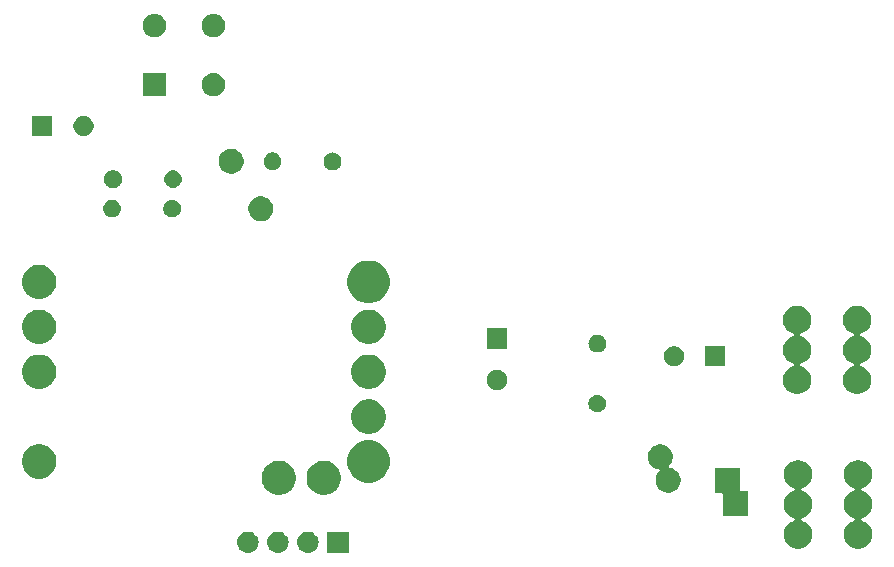
<source format=gbs>
G04 #@! TF.GenerationSoftware,KiCad,Pcbnew,(5.1.4)-1*
G04 #@! TF.CreationDate,2021-06-03T13:54:44-04:00*
G04 #@! TF.ProjectId,coil_power_mod,636f696c-5f70-46f7-9765-725f6d6f642e,rev?*
G04 #@! TF.SameCoordinates,Original*
G04 #@! TF.FileFunction,Soldermask,Bot*
G04 #@! TF.FilePolarity,Negative*
%FSLAX46Y46*%
G04 Gerber Fmt 4.6, Leading zero omitted, Abs format (unit mm)*
G04 Created by KiCad (PCBNEW (5.1.4)-1) date 2021-06-03 13:54:44*
%MOMM*%
%LPD*%
G04 APERTURE LIST*
%ADD10C,0.100000*%
G04 APERTURE END LIST*
D10*
G36*
X123441000Y-82151000D02*
G01*
X121639000Y-82151000D01*
X121639000Y-80349000D01*
X123441000Y-80349000D01*
X123441000Y-82151000D01*
X123441000Y-82151000D01*
G37*
G36*
X120110443Y-80355519D02*
G01*
X120176627Y-80362037D01*
X120346466Y-80413557D01*
X120502991Y-80497222D01*
X120538729Y-80526552D01*
X120640186Y-80609814D01*
X120712795Y-80698290D01*
X120752778Y-80747009D01*
X120836443Y-80903534D01*
X120887963Y-81073373D01*
X120905359Y-81250000D01*
X120887963Y-81426627D01*
X120836443Y-81596466D01*
X120752778Y-81752991D01*
X120729791Y-81781000D01*
X120640186Y-81890186D01*
X120538729Y-81973448D01*
X120502991Y-82002778D01*
X120346466Y-82086443D01*
X120176627Y-82137963D01*
X120110443Y-82144481D01*
X120044260Y-82151000D01*
X119955740Y-82151000D01*
X119889557Y-82144481D01*
X119823373Y-82137963D01*
X119653534Y-82086443D01*
X119497009Y-82002778D01*
X119461271Y-81973448D01*
X119359814Y-81890186D01*
X119270209Y-81781000D01*
X119247222Y-81752991D01*
X119163557Y-81596466D01*
X119112037Y-81426627D01*
X119094641Y-81250000D01*
X119112037Y-81073373D01*
X119163557Y-80903534D01*
X119247222Y-80747009D01*
X119287205Y-80698290D01*
X119359814Y-80609814D01*
X119461271Y-80526552D01*
X119497009Y-80497222D01*
X119653534Y-80413557D01*
X119823373Y-80362037D01*
X119889557Y-80355519D01*
X119955740Y-80349000D01*
X120044260Y-80349000D01*
X120110443Y-80355519D01*
X120110443Y-80355519D01*
G37*
G36*
X117570443Y-80355519D02*
G01*
X117636627Y-80362037D01*
X117806466Y-80413557D01*
X117962991Y-80497222D01*
X117998729Y-80526552D01*
X118100186Y-80609814D01*
X118172795Y-80698290D01*
X118212778Y-80747009D01*
X118296443Y-80903534D01*
X118347963Y-81073373D01*
X118365359Y-81250000D01*
X118347963Y-81426627D01*
X118296443Y-81596466D01*
X118212778Y-81752991D01*
X118189791Y-81781000D01*
X118100186Y-81890186D01*
X117998729Y-81973448D01*
X117962991Y-82002778D01*
X117806466Y-82086443D01*
X117636627Y-82137963D01*
X117570443Y-82144481D01*
X117504260Y-82151000D01*
X117415740Y-82151000D01*
X117349557Y-82144481D01*
X117283373Y-82137963D01*
X117113534Y-82086443D01*
X116957009Y-82002778D01*
X116921271Y-81973448D01*
X116819814Y-81890186D01*
X116730209Y-81781000D01*
X116707222Y-81752991D01*
X116623557Y-81596466D01*
X116572037Y-81426627D01*
X116554641Y-81250000D01*
X116572037Y-81073373D01*
X116623557Y-80903534D01*
X116707222Y-80747009D01*
X116747205Y-80698290D01*
X116819814Y-80609814D01*
X116921271Y-80526552D01*
X116957009Y-80497222D01*
X117113534Y-80413557D01*
X117283373Y-80362037D01*
X117349557Y-80355519D01*
X117415740Y-80349000D01*
X117504260Y-80349000D01*
X117570443Y-80355519D01*
X117570443Y-80355519D01*
G37*
G36*
X115030443Y-80355519D02*
G01*
X115096627Y-80362037D01*
X115266466Y-80413557D01*
X115422991Y-80497222D01*
X115458729Y-80526552D01*
X115560186Y-80609814D01*
X115632795Y-80698290D01*
X115672778Y-80747009D01*
X115756443Y-80903534D01*
X115807963Y-81073373D01*
X115825359Y-81250000D01*
X115807963Y-81426627D01*
X115756443Y-81596466D01*
X115672778Y-81752991D01*
X115649791Y-81781000D01*
X115560186Y-81890186D01*
X115458729Y-81973448D01*
X115422991Y-82002778D01*
X115266466Y-82086443D01*
X115096627Y-82137963D01*
X115030443Y-82144481D01*
X114964260Y-82151000D01*
X114875740Y-82151000D01*
X114809557Y-82144481D01*
X114743373Y-82137963D01*
X114573534Y-82086443D01*
X114417009Y-82002778D01*
X114381271Y-81973448D01*
X114279814Y-81890186D01*
X114190209Y-81781000D01*
X114167222Y-81752991D01*
X114083557Y-81596466D01*
X114032037Y-81426627D01*
X114014641Y-81250000D01*
X114032037Y-81073373D01*
X114083557Y-80903534D01*
X114167222Y-80747009D01*
X114207205Y-80698290D01*
X114279814Y-80609814D01*
X114381271Y-80526552D01*
X114417009Y-80497222D01*
X114573534Y-80413557D01*
X114743373Y-80362037D01*
X114809557Y-80355519D01*
X114875740Y-80349000D01*
X114964260Y-80349000D01*
X115030443Y-80355519D01*
X115030443Y-80355519D01*
G37*
G36*
X166930318Y-74345153D02*
G01*
X167148885Y-74435687D01*
X167148887Y-74435688D01*
X167345593Y-74567122D01*
X167512878Y-74734407D01*
X167643789Y-74930331D01*
X167644313Y-74931115D01*
X167734847Y-75149682D01*
X167781000Y-75381710D01*
X167781000Y-75618290D01*
X167734847Y-75850318D01*
X167672421Y-76001026D01*
X167644312Y-76068887D01*
X167512878Y-76265593D01*
X167345593Y-76432878D01*
X167148887Y-76564312D01*
X167148886Y-76564313D01*
X167148885Y-76564313D01*
X166931117Y-76654516D01*
X166909506Y-76666067D01*
X166890564Y-76681613D01*
X166875019Y-76700554D01*
X166863468Y-76722165D01*
X166856355Y-76745614D01*
X166853953Y-76770000D01*
X166856355Y-76794386D01*
X166863468Y-76817835D01*
X166875019Y-76839446D01*
X166890565Y-76858388D01*
X166909506Y-76873933D01*
X166931117Y-76885484D01*
X167078658Y-76946598D01*
X167148887Y-76975688D01*
X167345593Y-77107122D01*
X167512878Y-77274407D01*
X167644312Y-77471113D01*
X167644313Y-77471115D01*
X167734847Y-77689682D01*
X167781000Y-77921710D01*
X167781000Y-78158290D01*
X167734847Y-78390318D01*
X167644313Y-78608885D01*
X167644312Y-78608887D01*
X167512878Y-78805593D01*
X167345593Y-78972878D01*
X167148887Y-79104312D01*
X167148886Y-79104313D01*
X167148885Y-79104313D01*
X166931117Y-79194516D01*
X166909506Y-79206067D01*
X166890564Y-79221613D01*
X166875019Y-79240554D01*
X166863468Y-79262165D01*
X166856355Y-79285614D01*
X166853953Y-79310000D01*
X166856355Y-79334386D01*
X166863468Y-79357835D01*
X166875019Y-79379446D01*
X166890565Y-79398388D01*
X166909506Y-79413933D01*
X166931117Y-79425484D01*
X167148885Y-79515687D01*
X167148887Y-79515688D01*
X167345593Y-79647122D01*
X167512878Y-79814407D01*
X167644312Y-80011113D01*
X167644313Y-80011115D01*
X167734847Y-80229682D01*
X167781000Y-80461710D01*
X167781000Y-80698290D01*
X167734847Y-80930318D01*
X167675591Y-81073373D01*
X167644312Y-81148887D01*
X167512878Y-81345593D01*
X167345593Y-81512878D01*
X167148887Y-81644312D01*
X167148886Y-81644313D01*
X167148885Y-81644313D01*
X166930318Y-81734847D01*
X166698290Y-81781000D01*
X166461710Y-81781000D01*
X166229682Y-81734847D01*
X166011115Y-81644313D01*
X166011114Y-81644313D01*
X166011113Y-81644312D01*
X165814407Y-81512878D01*
X165647122Y-81345593D01*
X165515688Y-81148887D01*
X165484409Y-81073373D01*
X165425153Y-80930318D01*
X165379000Y-80698290D01*
X165379000Y-80461710D01*
X165425153Y-80229682D01*
X165515687Y-80011115D01*
X165515688Y-80011113D01*
X165647122Y-79814407D01*
X165814407Y-79647122D01*
X166011113Y-79515688D01*
X166011115Y-79515687D01*
X166228883Y-79425484D01*
X166250494Y-79413933D01*
X166269436Y-79398387D01*
X166284981Y-79379446D01*
X166296532Y-79357835D01*
X166303645Y-79334386D01*
X166306047Y-79310000D01*
X166303645Y-79285614D01*
X166296532Y-79262165D01*
X166284981Y-79240554D01*
X166269435Y-79221612D01*
X166250494Y-79206067D01*
X166228883Y-79194516D01*
X166011115Y-79104313D01*
X166011114Y-79104313D01*
X166011113Y-79104312D01*
X165814407Y-78972878D01*
X165647122Y-78805593D01*
X165515688Y-78608887D01*
X165515687Y-78608885D01*
X165425153Y-78390318D01*
X165379000Y-78158290D01*
X165379000Y-77921710D01*
X165425153Y-77689682D01*
X165515687Y-77471115D01*
X165515688Y-77471113D01*
X165647122Y-77274407D01*
X165814407Y-77107122D01*
X166011113Y-76975688D01*
X166081342Y-76946598D01*
X166228883Y-76885484D01*
X166250494Y-76873933D01*
X166269436Y-76858387D01*
X166284981Y-76839446D01*
X166296532Y-76817835D01*
X166303645Y-76794386D01*
X166306047Y-76770000D01*
X166303645Y-76745614D01*
X166296532Y-76722165D01*
X166284981Y-76700554D01*
X166269435Y-76681612D01*
X166250494Y-76666067D01*
X166228883Y-76654516D01*
X166011115Y-76564313D01*
X166011114Y-76564313D01*
X166011113Y-76564312D01*
X165814407Y-76432878D01*
X165647122Y-76265593D01*
X165515688Y-76068887D01*
X165487579Y-76001026D01*
X165425153Y-75850318D01*
X165379000Y-75618290D01*
X165379000Y-75381710D01*
X165425153Y-75149682D01*
X165515687Y-74931115D01*
X165516211Y-74930331D01*
X165647122Y-74734407D01*
X165814407Y-74567122D01*
X166011113Y-74435688D01*
X166011115Y-74435687D01*
X166229682Y-74345153D01*
X166461710Y-74299000D01*
X166698290Y-74299000D01*
X166930318Y-74345153D01*
X166930318Y-74345153D01*
G37*
G36*
X161850318Y-74345153D02*
G01*
X162068885Y-74435687D01*
X162068887Y-74435688D01*
X162265593Y-74567122D01*
X162432878Y-74734407D01*
X162563789Y-74930331D01*
X162564313Y-74931115D01*
X162654847Y-75149682D01*
X162701000Y-75381710D01*
X162701000Y-75618290D01*
X162654847Y-75850318D01*
X162592421Y-76001026D01*
X162564312Y-76068887D01*
X162432878Y-76265593D01*
X162265593Y-76432878D01*
X162068887Y-76564312D01*
X162068886Y-76564313D01*
X162068885Y-76564313D01*
X161851117Y-76654516D01*
X161829506Y-76666067D01*
X161810564Y-76681613D01*
X161795019Y-76700554D01*
X161783468Y-76722165D01*
X161776355Y-76745614D01*
X161773953Y-76770000D01*
X161776355Y-76794386D01*
X161783468Y-76817835D01*
X161795019Y-76839446D01*
X161810565Y-76858388D01*
X161829506Y-76873933D01*
X161851117Y-76885484D01*
X161998658Y-76946598D01*
X162068887Y-76975688D01*
X162265593Y-77107122D01*
X162432878Y-77274407D01*
X162564312Y-77471113D01*
X162564313Y-77471115D01*
X162654847Y-77689682D01*
X162701000Y-77921710D01*
X162701000Y-78158290D01*
X162654847Y-78390318D01*
X162564313Y-78608885D01*
X162564312Y-78608887D01*
X162432878Y-78805593D01*
X162265593Y-78972878D01*
X162068887Y-79104312D01*
X162068886Y-79104313D01*
X162068885Y-79104313D01*
X161851117Y-79194516D01*
X161829506Y-79206067D01*
X161810564Y-79221613D01*
X161795019Y-79240554D01*
X161783468Y-79262165D01*
X161776355Y-79285614D01*
X161773953Y-79310000D01*
X161776355Y-79334386D01*
X161783468Y-79357835D01*
X161795019Y-79379446D01*
X161810565Y-79398388D01*
X161829506Y-79413933D01*
X161851117Y-79425484D01*
X162068885Y-79515687D01*
X162068887Y-79515688D01*
X162265593Y-79647122D01*
X162432878Y-79814407D01*
X162564312Y-80011113D01*
X162564313Y-80011115D01*
X162654847Y-80229682D01*
X162701000Y-80461710D01*
X162701000Y-80698290D01*
X162654847Y-80930318D01*
X162595591Y-81073373D01*
X162564312Y-81148887D01*
X162432878Y-81345593D01*
X162265593Y-81512878D01*
X162068887Y-81644312D01*
X162068886Y-81644313D01*
X162068885Y-81644313D01*
X161850318Y-81734847D01*
X161618290Y-81781000D01*
X161381710Y-81781000D01*
X161149682Y-81734847D01*
X160931115Y-81644313D01*
X160931114Y-81644313D01*
X160931113Y-81644312D01*
X160734407Y-81512878D01*
X160567122Y-81345593D01*
X160435688Y-81148887D01*
X160404409Y-81073373D01*
X160345153Y-80930318D01*
X160299000Y-80698290D01*
X160299000Y-80461710D01*
X160345153Y-80229682D01*
X160435687Y-80011115D01*
X160435688Y-80011113D01*
X160567122Y-79814407D01*
X160734407Y-79647122D01*
X160931113Y-79515688D01*
X160931115Y-79515687D01*
X161148883Y-79425484D01*
X161170494Y-79413933D01*
X161189436Y-79398387D01*
X161204981Y-79379446D01*
X161216532Y-79357835D01*
X161223645Y-79334386D01*
X161226047Y-79310000D01*
X161223645Y-79285614D01*
X161216532Y-79262165D01*
X161204981Y-79240554D01*
X161189435Y-79221612D01*
X161170494Y-79206067D01*
X161148883Y-79194516D01*
X160931115Y-79104313D01*
X160931114Y-79104313D01*
X160931113Y-79104312D01*
X160734407Y-78972878D01*
X160567122Y-78805593D01*
X160435688Y-78608887D01*
X160435687Y-78608885D01*
X160345153Y-78390318D01*
X160299000Y-78158290D01*
X160299000Y-77921710D01*
X160345153Y-77689682D01*
X160435687Y-77471115D01*
X160435688Y-77471113D01*
X160567122Y-77274407D01*
X160734407Y-77107122D01*
X160931113Y-76975688D01*
X161001342Y-76946598D01*
X161148883Y-76885484D01*
X161170494Y-76873933D01*
X161189436Y-76858387D01*
X161204981Y-76839446D01*
X161216532Y-76817835D01*
X161223645Y-76794386D01*
X161226047Y-76770000D01*
X161223645Y-76745614D01*
X161216532Y-76722165D01*
X161204981Y-76700554D01*
X161189435Y-76681612D01*
X161170494Y-76666067D01*
X161148883Y-76654516D01*
X160931115Y-76564313D01*
X160931114Y-76564313D01*
X160931113Y-76564312D01*
X160734407Y-76432878D01*
X160567122Y-76265593D01*
X160435688Y-76068887D01*
X160407579Y-76001026D01*
X160345153Y-75850318D01*
X160299000Y-75618290D01*
X160299000Y-75381710D01*
X160345153Y-75149682D01*
X160435687Y-74931115D01*
X160436211Y-74930331D01*
X160567122Y-74734407D01*
X160734407Y-74567122D01*
X160931113Y-74435688D01*
X160931115Y-74435687D01*
X161149682Y-74345153D01*
X161381710Y-74299000D01*
X161618290Y-74299000D01*
X161850318Y-74345153D01*
X161850318Y-74345153D01*
G37*
G36*
X156551000Y-76824001D02*
G01*
X156553402Y-76848387D01*
X156560515Y-76871836D01*
X156572066Y-76893447D01*
X156587611Y-76912389D01*
X156606553Y-76927934D01*
X156628164Y-76939485D01*
X156651613Y-76946598D01*
X156675999Y-76949000D01*
X157223144Y-76949000D01*
X157223144Y-79051000D01*
X155121144Y-79051000D01*
X155121144Y-77175999D01*
X155118742Y-77151613D01*
X155111629Y-77128164D01*
X155100078Y-77106553D01*
X155084533Y-77087611D01*
X155065591Y-77072066D01*
X155043980Y-77060515D01*
X155020531Y-77053402D01*
X154996145Y-77051000D01*
X154449000Y-77051000D01*
X154449000Y-74949000D01*
X156551000Y-74949000D01*
X156551000Y-76824001D01*
X156551000Y-76824001D01*
G37*
G36*
X121758241Y-74409760D02*
G01*
X122022305Y-74519139D01*
X122259958Y-74677934D01*
X122462066Y-74880042D01*
X122620861Y-75117695D01*
X122730240Y-75381759D01*
X122786000Y-75662088D01*
X122786000Y-75947912D01*
X122730240Y-76228241D01*
X122620861Y-76492305D01*
X122462066Y-76729958D01*
X122259958Y-76932066D01*
X122022305Y-77090861D01*
X121758241Y-77200240D01*
X121477912Y-77256000D01*
X121192088Y-77256000D01*
X120911759Y-77200240D01*
X120647695Y-77090861D01*
X120410042Y-76932066D01*
X120207934Y-76729958D01*
X120049139Y-76492305D01*
X119939760Y-76228241D01*
X119884000Y-75947912D01*
X119884000Y-75662088D01*
X119939760Y-75381759D01*
X120049139Y-75117695D01*
X120207934Y-74880042D01*
X120410042Y-74677934D01*
X120647695Y-74519139D01*
X120911759Y-74409760D01*
X121192088Y-74354000D01*
X121477912Y-74354000D01*
X121758241Y-74409760D01*
X121758241Y-74409760D01*
G37*
G36*
X117958241Y-74409760D02*
G01*
X118222305Y-74519139D01*
X118459958Y-74677934D01*
X118662066Y-74880042D01*
X118820861Y-75117695D01*
X118930240Y-75381759D01*
X118986000Y-75662088D01*
X118986000Y-75947912D01*
X118930240Y-76228241D01*
X118820861Y-76492305D01*
X118662066Y-76729958D01*
X118459958Y-76932066D01*
X118222305Y-77090861D01*
X117958241Y-77200240D01*
X117677912Y-77256000D01*
X117392088Y-77256000D01*
X117111759Y-77200240D01*
X116847695Y-77090861D01*
X116610042Y-76932066D01*
X116407934Y-76729958D01*
X116249139Y-76492305D01*
X116139760Y-76228241D01*
X116084000Y-75947912D01*
X116084000Y-75662088D01*
X116139760Y-75381759D01*
X116249139Y-75117695D01*
X116407934Y-74880042D01*
X116610042Y-74677934D01*
X116847695Y-74519139D01*
X117111759Y-74409760D01*
X117392088Y-74354000D01*
X117677912Y-74354000D01*
X117958241Y-74409760D01*
X117958241Y-74409760D01*
G37*
G36*
X150134420Y-72989389D02*
G01*
X150325689Y-73068615D01*
X150325691Y-73068616D01*
X150401304Y-73119139D01*
X150497829Y-73183635D01*
X150644221Y-73330027D01*
X150759241Y-73502167D01*
X150838467Y-73693436D01*
X150878856Y-73896484D01*
X150878856Y-74103516D01*
X150838467Y-74306564D01*
X150784982Y-74435688D01*
X150759240Y-74497835D01*
X150712944Y-74567122D01*
X150644221Y-74669973D01*
X150570096Y-74744098D01*
X150554551Y-74763040D01*
X150543000Y-74784651D01*
X150535887Y-74808100D01*
X150533485Y-74832486D01*
X150535887Y-74856872D01*
X150543000Y-74880321D01*
X150554551Y-74901932D01*
X150570096Y-74920874D01*
X150589038Y-74936419D01*
X150610649Y-74947970D01*
X150634098Y-74955083D01*
X150806564Y-74989389D01*
X150997833Y-75068615D01*
X150997835Y-75068616D01*
X151041913Y-75098068D01*
X151169973Y-75183635D01*
X151316365Y-75330027D01*
X151431385Y-75502167D01*
X151510611Y-75693436D01*
X151551000Y-75896484D01*
X151551000Y-76103516D01*
X151510611Y-76306564D01*
X151458290Y-76432878D01*
X151431384Y-76497835D01*
X151316365Y-76669973D01*
X151169973Y-76816365D01*
X150997835Y-76931384D01*
X150997834Y-76931385D01*
X150997833Y-76931385D01*
X150806564Y-77010611D01*
X150603516Y-77051000D01*
X150396484Y-77051000D01*
X150193436Y-77010611D01*
X150002167Y-76931385D01*
X150002166Y-76931385D01*
X150002165Y-76931384D01*
X149830027Y-76816365D01*
X149683635Y-76669973D01*
X149568616Y-76497835D01*
X149541710Y-76432878D01*
X149489389Y-76306564D01*
X149449000Y-76103516D01*
X149449000Y-75896484D01*
X149489389Y-75693436D01*
X149568615Y-75502167D01*
X149683635Y-75330027D01*
X149757760Y-75255902D01*
X149773305Y-75236960D01*
X149784856Y-75215349D01*
X149791969Y-75191900D01*
X149794371Y-75167514D01*
X149791969Y-75143128D01*
X149784856Y-75119679D01*
X149773305Y-75098068D01*
X149757760Y-75079126D01*
X149738818Y-75063581D01*
X149717207Y-75052030D01*
X149693758Y-75044917D01*
X149521292Y-75010611D01*
X149330023Y-74931385D01*
X149330022Y-74931385D01*
X149330021Y-74931384D01*
X149157883Y-74816365D01*
X149011491Y-74669973D01*
X148896472Y-74497835D01*
X148870730Y-74435688D01*
X148817245Y-74306564D01*
X148776856Y-74103516D01*
X148776856Y-73896484D01*
X148817245Y-73693436D01*
X148896471Y-73502167D01*
X149011491Y-73330027D01*
X149157883Y-73183635D01*
X149254408Y-73119139D01*
X149330021Y-73068616D01*
X149330023Y-73068615D01*
X149521292Y-72989389D01*
X149724340Y-72949000D01*
X149931372Y-72949000D01*
X150134420Y-72989389D01*
X150134420Y-72989389D01*
G37*
G36*
X125660331Y-72673211D02*
G01*
X125988092Y-72808974D01*
X126283070Y-73006072D01*
X126533928Y-73256930D01*
X126731026Y-73551908D01*
X126866789Y-73879669D01*
X126936000Y-74227616D01*
X126936000Y-74582384D01*
X126866789Y-74930331D01*
X126731026Y-75258092D01*
X126533928Y-75553070D01*
X126283070Y-75803928D01*
X125988092Y-76001026D01*
X125660331Y-76136789D01*
X125312384Y-76206000D01*
X124957616Y-76206000D01*
X124609669Y-76136789D01*
X124281908Y-76001026D01*
X123986930Y-75803928D01*
X123736072Y-75553070D01*
X123538974Y-75258092D01*
X123403211Y-74930331D01*
X123334000Y-74582384D01*
X123334000Y-74227616D01*
X123403211Y-73879669D01*
X123538974Y-73551908D01*
X123736072Y-73256930D01*
X123986930Y-73006072D01*
X124281908Y-72808974D01*
X124609669Y-72673211D01*
X124957616Y-72604000D01*
X125312384Y-72604000D01*
X125660331Y-72673211D01*
X125660331Y-72673211D01*
G37*
G36*
X97658241Y-73009760D02*
G01*
X97922305Y-73119139D01*
X98159958Y-73277934D01*
X98362066Y-73480042D01*
X98520861Y-73717695D01*
X98630240Y-73981759D01*
X98686000Y-74262088D01*
X98686000Y-74547912D01*
X98630240Y-74828241D01*
X98520861Y-75092305D01*
X98362066Y-75329958D01*
X98159958Y-75532066D01*
X97922305Y-75690861D01*
X97658241Y-75800240D01*
X97377912Y-75856000D01*
X97092088Y-75856000D01*
X96811759Y-75800240D01*
X96547695Y-75690861D01*
X96310042Y-75532066D01*
X96107934Y-75329958D01*
X95949139Y-75092305D01*
X95839760Y-74828241D01*
X95784000Y-74547912D01*
X95784000Y-74262088D01*
X95839760Y-73981759D01*
X95949139Y-73717695D01*
X96107934Y-73480042D01*
X96310042Y-73277934D01*
X96547695Y-73119139D01*
X96811759Y-73009760D01*
X97092088Y-72954000D01*
X97377912Y-72954000D01*
X97658241Y-73009760D01*
X97658241Y-73009760D01*
G37*
G36*
X125558241Y-69209760D02*
G01*
X125822305Y-69319139D01*
X126059958Y-69477934D01*
X126262066Y-69680042D01*
X126420861Y-69917695D01*
X126530240Y-70181759D01*
X126586000Y-70462088D01*
X126586000Y-70747912D01*
X126530240Y-71028241D01*
X126420861Y-71292305D01*
X126262066Y-71529958D01*
X126059958Y-71732066D01*
X125822305Y-71890861D01*
X125558241Y-72000240D01*
X125277912Y-72056000D01*
X124992088Y-72056000D01*
X124711759Y-72000240D01*
X124447695Y-71890861D01*
X124210042Y-71732066D01*
X124007934Y-71529958D01*
X123849139Y-71292305D01*
X123739760Y-71028241D01*
X123684000Y-70747912D01*
X123684000Y-70462088D01*
X123739760Y-70181759D01*
X123849139Y-69917695D01*
X124007934Y-69680042D01*
X124210042Y-69477934D01*
X124447695Y-69319139D01*
X124711759Y-69209760D01*
X124992088Y-69154000D01*
X125277912Y-69154000D01*
X125558241Y-69209760D01*
X125558241Y-69209760D01*
G37*
G36*
X144719059Y-68777860D02*
G01*
X144855732Y-68834472D01*
X144978735Y-68916660D01*
X145083340Y-69021265D01*
X145165528Y-69144268D01*
X145222140Y-69280941D01*
X145251000Y-69426033D01*
X145251000Y-69573967D01*
X145222140Y-69719059D01*
X145165528Y-69855732D01*
X145083340Y-69978735D01*
X144978735Y-70083340D01*
X144855732Y-70165528D01*
X144855731Y-70165529D01*
X144855730Y-70165529D01*
X144719059Y-70222140D01*
X144573968Y-70251000D01*
X144426032Y-70251000D01*
X144280941Y-70222140D01*
X144144270Y-70165529D01*
X144144269Y-70165529D01*
X144144268Y-70165528D01*
X144021265Y-70083340D01*
X143916660Y-69978735D01*
X143834472Y-69855732D01*
X143777860Y-69719059D01*
X143749000Y-69573967D01*
X143749000Y-69426033D01*
X143777860Y-69280941D01*
X143834472Y-69144268D01*
X143916660Y-69021265D01*
X144021265Y-68916660D01*
X144144268Y-68834472D01*
X144280941Y-68777860D01*
X144426032Y-68749000D01*
X144573968Y-68749000D01*
X144719059Y-68777860D01*
X144719059Y-68777860D01*
G37*
G36*
X161770318Y-61265153D02*
G01*
X161988885Y-61355687D01*
X161988887Y-61355688D01*
X162185593Y-61487122D01*
X162352878Y-61654407D01*
X162484312Y-61851113D01*
X162484313Y-61851115D01*
X162574847Y-62069682D01*
X162621000Y-62301710D01*
X162621000Y-62538290D01*
X162574847Y-62770318D01*
X162536834Y-62862088D01*
X162484312Y-62988887D01*
X162352878Y-63185593D01*
X162185593Y-63352878D01*
X161988887Y-63484312D01*
X161988886Y-63484313D01*
X161988885Y-63484313D01*
X161771117Y-63574516D01*
X161749506Y-63586067D01*
X161730564Y-63601613D01*
X161715019Y-63620554D01*
X161703468Y-63642165D01*
X161696355Y-63665614D01*
X161693953Y-63690000D01*
X161696355Y-63714386D01*
X161703468Y-63737835D01*
X161715019Y-63759446D01*
X161730565Y-63778388D01*
X161749506Y-63793933D01*
X161771117Y-63805484D01*
X161988885Y-63895687D01*
X161988887Y-63895688D01*
X162185593Y-64027122D01*
X162352878Y-64194407D01*
X162417325Y-64290860D01*
X162484313Y-64391115D01*
X162574847Y-64609682D01*
X162621000Y-64841710D01*
X162621000Y-65078290D01*
X162574847Y-65310318D01*
X162484313Y-65528885D01*
X162484312Y-65528887D01*
X162352878Y-65725593D01*
X162185593Y-65892878D01*
X161988887Y-66024312D01*
X161988886Y-66024313D01*
X161988885Y-66024313D01*
X161771117Y-66114516D01*
X161749506Y-66126067D01*
X161730564Y-66141613D01*
X161715019Y-66160554D01*
X161703468Y-66182165D01*
X161696355Y-66205614D01*
X161693953Y-66230000D01*
X161696355Y-66254386D01*
X161703468Y-66277835D01*
X161715019Y-66299446D01*
X161730565Y-66318388D01*
X161749506Y-66333933D01*
X161771117Y-66345484D01*
X161988885Y-66435687D01*
X161988887Y-66435688D01*
X162185593Y-66567122D01*
X162352878Y-66734407D01*
X162422754Y-66838985D01*
X162484313Y-66931115D01*
X162574847Y-67149682D01*
X162621000Y-67381710D01*
X162621000Y-67618290D01*
X162574847Y-67850318D01*
X162495250Y-68042480D01*
X162484312Y-68068887D01*
X162352878Y-68265593D01*
X162185593Y-68432878D01*
X161988887Y-68564312D01*
X161988886Y-68564313D01*
X161988885Y-68564313D01*
X161770318Y-68654847D01*
X161538290Y-68701000D01*
X161301710Y-68701000D01*
X161069682Y-68654847D01*
X160851115Y-68564313D01*
X160851114Y-68564313D01*
X160851113Y-68564312D01*
X160654407Y-68432878D01*
X160487122Y-68265593D01*
X160355688Y-68068887D01*
X160344750Y-68042480D01*
X160265153Y-67850318D01*
X160219000Y-67618290D01*
X160219000Y-67381710D01*
X160265153Y-67149682D01*
X160355687Y-66931115D01*
X160417246Y-66838985D01*
X160487122Y-66734407D01*
X160654407Y-66567122D01*
X160851113Y-66435688D01*
X160851115Y-66435687D01*
X161068883Y-66345484D01*
X161090494Y-66333933D01*
X161109436Y-66318387D01*
X161124981Y-66299446D01*
X161136532Y-66277835D01*
X161143645Y-66254386D01*
X161146047Y-66230000D01*
X161143645Y-66205614D01*
X161136532Y-66182165D01*
X161124981Y-66160554D01*
X161109435Y-66141612D01*
X161090494Y-66126067D01*
X161068883Y-66114516D01*
X160851115Y-66024313D01*
X160851114Y-66024313D01*
X160851113Y-66024312D01*
X160654407Y-65892878D01*
X160487122Y-65725593D01*
X160355688Y-65528887D01*
X160355687Y-65528885D01*
X160265153Y-65310318D01*
X160219000Y-65078290D01*
X160219000Y-64841710D01*
X160265153Y-64609682D01*
X160355687Y-64391115D01*
X160422675Y-64290860D01*
X160487122Y-64194407D01*
X160654407Y-64027122D01*
X160851113Y-63895688D01*
X160851115Y-63895687D01*
X161068883Y-63805484D01*
X161090494Y-63793933D01*
X161109436Y-63778387D01*
X161124981Y-63759446D01*
X161136532Y-63737835D01*
X161143645Y-63714386D01*
X161146047Y-63690000D01*
X161143645Y-63665614D01*
X161136532Y-63642165D01*
X161124981Y-63620554D01*
X161109435Y-63601612D01*
X161090494Y-63586067D01*
X161068883Y-63574516D01*
X160851115Y-63484313D01*
X160851114Y-63484313D01*
X160851113Y-63484312D01*
X160654407Y-63352878D01*
X160487122Y-63185593D01*
X160355688Y-62988887D01*
X160303166Y-62862088D01*
X160265153Y-62770318D01*
X160219000Y-62538290D01*
X160219000Y-62301710D01*
X160265153Y-62069682D01*
X160355687Y-61851115D01*
X160355688Y-61851113D01*
X160487122Y-61654407D01*
X160654407Y-61487122D01*
X160851113Y-61355688D01*
X160851115Y-61355687D01*
X161069682Y-61265153D01*
X161301710Y-61219000D01*
X161538290Y-61219000D01*
X161770318Y-61265153D01*
X161770318Y-61265153D01*
G37*
G36*
X166850318Y-61265153D02*
G01*
X167068885Y-61355687D01*
X167068887Y-61355688D01*
X167265593Y-61487122D01*
X167432878Y-61654407D01*
X167564312Y-61851113D01*
X167564313Y-61851115D01*
X167654847Y-62069682D01*
X167701000Y-62301710D01*
X167701000Y-62538290D01*
X167654847Y-62770318D01*
X167616834Y-62862088D01*
X167564312Y-62988887D01*
X167432878Y-63185593D01*
X167265593Y-63352878D01*
X167068887Y-63484312D01*
X167068886Y-63484313D01*
X167068885Y-63484313D01*
X166851117Y-63574516D01*
X166829506Y-63586067D01*
X166810564Y-63601613D01*
X166795019Y-63620554D01*
X166783468Y-63642165D01*
X166776355Y-63665614D01*
X166773953Y-63690000D01*
X166776355Y-63714386D01*
X166783468Y-63737835D01*
X166795019Y-63759446D01*
X166810565Y-63778388D01*
X166829506Y-63793933D01*
X166851117Y-63805484D01*
X167068885Y-63895687D01*
X167068887Y-63895688D01*
X167265593Y-64027122D01*
X167432878Y-64194407D01*
X167497325Y-64290860D01*
X167564313Y-64391115D01*
X167654847Y-64609682D01*
X167701000Y-64841710D01*
X167701000Y-65078290D01*
X167654847Y-65310318D01*
X167564313Y-65528885D01*
X167564312Y-65528887D01*
X167432878Y-65725593D01*
X167265593Y-65892878D01*
X167068887Y-66024312D01*
X167068886Y-66024313D01*
X167068885Y-66024313D01*
X166851117Y-66114516D01*
X166829506Y-66126067D01*
X166810564Y-66141613D01*
X166795019Y-66160554D01*
X166783468Y-66182165D01*
X166776355Y-66205614D01*
X166773953Y-66230000D01*
X166776355Y-66254386D01*
X166783468Y-66277835D01*
X166795019Y-66299446D01*
X166810565Y-66318388D01*
X166829506Y-66333933D01*
X166851117Y-66345484D01*
X167068885Y-66435687D01*
X167068887Y-66435688D01*
X167265593Y-66567122D01*
X167432878Y-66734407D01*
X167502754Y-66838985D01*
X167564313Y-66931115D01*
X167654847Y-67149682D01*
X167701000Y-67381710D01*
X167701000Y-67618290D01*
X167654847Y-67850318D01*
X167575250Y-68042480D01*
X167564312Y-68068887D01*
X167432878Y-68265593D01*
X167265593Y-68432878D01*
X167068887Y-68564312D01*
X167068886Y-68564313D01*
X167068885Y-68564313D01*
X166850318Y-68654847D01*
X166618290Y-68701000D01*
X166381710Y-68701000D01*
X166149682Y-68654847D01*
X165931115Y-68564313D01*
X165931114Y-68564313D01*
X165931113Y-68564312D01*
X165734407Y-68432878D01*
X165567122Y-68265593D01*
X165435688Y-68068887D01*
X165424750Y-68042480D01*
X165345153Y-67850318D01*
X165299000Y-67618290D01*
X165299000Y-67381710D01*
X165345153Y-67149682D01*
X165435687Y-66931115D01*
X165497246Y-66838985D01*
X165567122Y-66734407D01*
X165734407Y-66567122D01*
X165931113Y-66435688D01*
X165931115Y-66435687D01*
X166148883Y-66345484D01*
X166170494Y-66333933D01*
X166189436Y-66318387D01*
X166204981Y-66299446D01*
X166216532Y-66277835D01*
X166223645Y-66254386D01*
X166226047Y-66230000D01*
X166223645Y-66205614D01*
X166216532Y-66182165D01*
X166204981Y-66160554D01*
X166189435Y-66141612D01*
X166170494Y-66126067D01*
X166148883Y-66114516D01*
X165931115Y-66024313D01*
X165931114Y-66024313D01*
X165931113Y-66024312D01*
X165734407Y-65892878D01*
X165567122Y-65725593D01*
X165435688Y-65528887D01*
X165435687Y-65528885D01*
X165345153Y-65310318D01*
X165299000Y-65078290D01*
X165299000Y-64841710D01*
X165345153Y-64609682D01*
X165435687Y-64391115D01*
X165502675Y-64290860D01*
X165567122Y-64194407D01*
X165734407Y-64027122D01*
X165931113Y-63895688D01*
X165931115Y-63895687D01*
X166148883Y-63805484D01*
X166170494Y-63793933D01*
X166189436Y-63778387D01*
X166204981Y-63759446D01*
X166216532Y-63737835D01*
X166223645Y-63714386D01*
X166226047Y-63690000D01*
X166223645Y-63665614D01*
X166216532Y-63642165D01*
X166204981Y-63620554D01*
X166189435Y-63601612D01*
X166170494Y-63586067D01*
X166148883Y-63574516D01*
X165931115Y-63484313D01*
X165931114Y-63484313D01*
X165931113Y-63484312D01*
X165734407Y-63352878D01*
X165567122Y-63185593D01*
X165435688Y-62988887D01*
X165383166Y-62862088D01*
X165345153Y-62770318D01*
X165299000Y-62538290D01*
X165299000Y-62301710D01*
X165345153Y-62069682D01*
X165435687Y-61851115D01*
X165435688Y-61851113D01*
X165567122Y-61654407D01*
X165734407Y-61487122D01*
X165931113Y-61355688D01*
X165931115Y-61355687D01*
X166149682Y-61265153D01*
X166381710Y-61219000D01*
X166618290Y-61219000D01*
X166850318Y-61265153D01*
X166850318Y-61265153D01*
G37*
G36*
X136248228Y-66681703D02*
G01*
X136403100Y-66745853D01*
X136542481Y-66838985D01*
X136661015Y-66957519D01*
X136754147Y-67096900D01*
X136818297Y-67251772D01*
X136851000Y-67416184D01*
X136851000Y-67583816D01*
X136818297Y-67748228D01*
X136754147Y-67903100D01*
X136661015Y-68042481D01*
X136542481Y-68161015D01*
X136403100Y-68254147D01*
X136248228Y-68318297D01*
X136083816Y-68351000D01*
X135916184Y-68351000D01*
X135751772Y-68318297D01*
X135596900Y-68254147D01*
X135457519Y-68161015D01*
X135338985Y-68042481D01*
X135245853Y-67903100D01*
X135181703Y-67748228D01*
X135149000Y-67583816D01*
X135149000Y-67416184D01*
X135181703Y-67251772D01*
X135245853Y-67096900D01*
X135338985Y-66957519D01*
X135457519Y-66838985D01*
X135596900Y-66745853D01*
X135751772Y-66681703D01*
X135916184Y-66649000D01*
X136083816Y-66649000D01*
X136248228Y-66681703D01*
X136248228Y-66681703D01*
G37*
G36*
X97658241Y-65409760D02*
G01*
X97922305Y-65519139D01*
X98159958Y-65677934D01*
X98362066Y-65880042D01*
X98520861Y-66117695D01*
X98630240Y-66381759D01*
X98686000Y-66662088D01*
X98686000Y-66947912D01*
X98630240Y-67228241D01*
X98520861Y-67492305D01*
X98362066Y-67729958D01*
X98159958Y-67932066D01*
X97922305Y-68090861D01*
X97658241Y-68200240D01*
X97377912Y-68256000D01*
X97092088Y-68256000D01*
X96811759Y-68200240D01*
X96547695Y-68090861D01*
X96310042Y-67932066D01*
X96107934Y-67729958D01*
X95949139Y-67492305D01*
X95839760Y-67228241D01*
X95784000Y-66947912D01*
X95784000Y-66662088D01*
X95839760Y-66381759D01*
X95949139Y-66117695D01*
X96107934Y-65880042D01*
X96310042Y-65677934D01*
X96547695Y-65519139D01*
X96811759Y-65409760D01*
X97092088Y-65354000D01*
X97377912Y-65354000D01*
X97658241Y-65409760D01*
X97658241Y-65409760D01*
G37*
G36*
X125558241Y-65409760D02*
G01*
X125822305Y-65519139D01*
X126059958Y-65677934D01*
X126262066Y-65880042D01*
X126420861Y-66117695D01*
X126530240Y-66381759D01*
X126586000Y-66662088D01*
X126586000Y-66947912D01*
X126530240Y-67228241D01*
X126420861Y-67492305D01*
X126262066Y-67729958D01*
X126059958Y-67932066D01*
X125822305Y-68090861D01*
X125558241Y-68200240D01*
X125277912Y-68256000D01*
X124992088Y-68256000D01*
X124711759Y-68200240D01*
X124447695Y-68090861D01*
X124210042Y-67932066D01*
X124007934Y-67729958D01*
X123849139Y-67492305D01*
X123739760Y-67228241D01*
X123684000Y-66947912D01*
X123684000Y-66662088D01*
X123739760Y-66381759D01*
X123849139Y-66117695D01*
X124007934Y-65880042D01*
X124210042Y-65677934D01*
X124447695Y-65519139D01*
X124711759Y-65409760D01*
X124992088Y-65354000D01*
X125277912Y-65354000D01*
X125558241Y-65409760D01*
X125558241Y-65409760D01*
G37*
G36*
X151248228Y-64681703D02*
G01*
X151403100Y-64745853D01*
X151542481Y-64838985D01*
X151661015Y-64957519D01*
X151754147Y-65096900D01*
X151818297Y-65251772D01*
X151851000Y-65416184D01*
X151851000Y-65583816D01*
X151818297Y-65748228D01*
X151754147Y-65903100D01*
X151661015Y-66042481D01*
X151542481Y-66161015D01*
X151403100Y-66254147D01*
X151248228Y-66318297D01*
X151083816Y-66351000D01*
X150916184Y-66351000D01*
X150751772Y-66318297D01*
X150596900Y-66254147D01*
X150457519Y-66161015D01*
X150338985Y-66042481D01*
X150245853Y-65903100D01*
X150181703Y-65748228D01*
X150149000Y-65583816D01*
X150149000Y-65416184D01*
X150181703Y-65251772D01*
X150245853Y-65096900D01*
X150338985Y-64957519D01*
X150457519Y-64838985D01*
X150596900Y-64745853D01*
X150751772Y-64681703D01*
X150916184Y-64649000D01*
X151083816Y-64649000D01*
X151248228Y-64681703D01*
X151248228Y-64681703D01*
G37*
G36*
X155351000Y-66351000D02*
G01*
X153649000Y-66351000D01*
X153649000Y-64649000D01*
X155351000Y-64649000D01*
X155351000Y-66351000D01*
X155351000Y-66351000D01*
G37*
G36*
X144573665Y-63672622D02*
G01*
X144647222Y-63679867D01*
X144788786Y-63722810D01*
X144919252Y-63792546D01*
X144935017Y-63805484D01*
X145033607Y-63886393D01*
X145103008Y-63970960D01*
X145127454Y-64000748D01*
X145197190Y-64131214D01*
X145240133Y-64272778D01*
X145254633Y-64420000D01*
X145240133Y-64567222D01*
X145197190Y-64708786D01*
X145127454Y-64839252D01*
X145103008Y-64869040D01*
X145033607Y-64953607D01*
X144949040Y-65023008D01*
X144919252Y-65047454D01*
X144788786Y-65117190D01*
X144647222Y-65160133D01*
X144573665Y-65167378D01*
X144536888Y-65171000D01*
X144463112Y-65171000D01*
X144426335Y-65167378D01*
X144352778Y-65160133D01*
X144211214Y-65117190D01*
X144080748Y-65047454D01*
X144050960Y-65023008D01*
X143966393Y-64953607D01*
X143896992Y-64869040D01*
X143872546Y-64839252D01*
X143802810Y-64708786D01*
X143759867Y-64567222D01*
X143745367Y-64420000D01*
X143759867Y-64272778D01*
X143802810Y-64131214D01*
X143872546Y-64000748D01*
X143896992Y-63970960D01*
X143966393Y-63886393D01*
X144064983Y-63805484D01*
X144080748Y-63792546D01*
X144211214Y-63722810D01*
X144352778Y-63679867D01*
X144426335Y-63672622D01*
X144463112Y-63669000D01*
X144536888Y-63669000D01*
X144573665Y-63672622D01*
X144573665Y-63672622D01*
G37*
G36*
X136851000Y-64851000D02*
G01*
X135149000Y-64851000D01*
X135149000Y-63149000D01*
X136851000Y-63149000D01*
X136851000Y-64851000D01*
X136851000Y-64851000D01*
G37*
G36*
X125558241Y-61609760D02*
G01*
X125822305Y-61719139D01*
X126059958Y-61877934D01*
X126262066Y-62080042D01*
X126420861Y-62317695D01*
X126530240Y-62581759D01*
X126586000Y-62862088D01*
X126586000Y-63147912D01*
X126530240Y-63428241D01*
X126420861Y-63692305D01*
X126262066Y-63929958D01*
X126059958Y-64132066D01*
X125822305Y-64290861D01*
X125558241Y-64400240D01*
X125277912Y-64456000D01*
X124992088Y-64456000D01*
X124711759Y-64400240D01*
X124447695Y-64290861D01*
X124210042Y-64132066D01*
X124007934Y-63929958D01*
X123849139Y-63692305D01*
X123739760Y-63428241D01*
X123684000Y-63147912D01*
X123684000Y-62862088D01*
X123739760Y-62581759D01*
X123849139Y-62317695D01*
X124007934Y-62080042D01*
X124210042Y-61877934D01*
X124447695Y-61719139D01*
X124711759Y-61609760D01*
X124992088Y-61554000D01*
X125277912Y-61554000D01*
X125558241Y-61609760D01*
X125558241Y-61609760D01*
G37*
G36*
X97658241Y-61609760D02*
G01*
X97922305Y-61719139D01*
X98159958Y-61877934D01*
X98362066Y-62080042D01*
X98520861Y-62317695D01*
X98630240Y-62581759D01*
X98686000Y-62862088D01*
X98686000Y-63147912D01*
X98630240Y-63428241D01*
X98520861Y-63692305D01*
X98362066Y-63929958D01*
X98159958Y-64132066D01*
X97922305Y-64290861D01*
X97658241Y-64400240D01*
X97377912Y-64456000D01*
X97092088Y-64456000D01*
X96811759Y-64400240D01*
X96547695Y-64290861D01*
X96310042Y-64132066D01*
X96107934Y-63929958D01*
X95949139Y-63692305D01*
X95839760Y-63428241D01*
X95784000Y-63147912D01*
X95784000Y-62862088D01*
X95839760Y-62581759D01*
X95949139Y-62317695D01*
X96107934Y-62080042D01*
X96310042Y-61877934D01*
X96547695Y-61719139D01*
X96811759Y-61609760D01*
X97092088Y-61554000D01*
X97377912Y-61554000D01*
X97658241Y-61609760D01*
X97658241Y-61609760D01*
G37*
G36*
X125660331Y-57473211D02*
G01*
X125988092Y-57608974D01*
X126283070Y-57806072D01*
X126533928Y-58056930D01*
X126731026Y-58351908D01*
X126866789Y-58679669D01*
X126936000Y-59027616D01*
X126936000Y-59382384D01*
X126866789Y-59730331D01*
X126731026Y-60058092D01*
X126533928Y-60353070D01*
X126283070Y-60603928D01*
X125988092Y-60801026D01*
X125660331Y-60936789D01*
X125312384Y-61006000D01*
X124957616Y-61006000D01*
X124609669Y-60936789D01*
X124281908Y-60801026D01*
X123986930Y-60603928D01*
X123736072Y-60353070D01*
X123538974Y-60058092D01*
X123403211Y-59730331D01*
X123334000Y-59382384D01*
X123334000Y-59027616D01*
X123403211Y-58679669D01*
X123538974Y-58351908D01*
X123736072Y-58056930D01*
X123986930Y-57806072D01*
X124281908Y-57608974D01*
X124609669Y-57473211D01*
X124957616Y-57404000D01*
X125312384Y-57404000D01*
X125660331Y-57473211D01*
X125660331Y-57473211D01*
G37*
G36*
X97658241Y-57809760D02*
G01*
X97922305Y-57919139D01*
X98159958Y-58077934D01*
X98362066Y-58280042D01*
X98520861Y-58517695D01*
X98630240Y-58781759D01*
X98686000Y-59062088D01*
X98686000Y-59347912D01*
X98630240Y-59628241D01*
X98520861Y-59892305D01*
X98362066Y-60129958D01*
X98159958Y-60332066D01*
X97922305Y-60490861D01*
X97658241Y-60600240D01*
X97377912Y-60656000D01*
X97092088Y-60656000D01*
X96811759Y-60600240D01*
X96547695Y-60490861D01*
X96310042Y-60332066D01*
X96107934Y-60129958D01*
X95949139Y-59892305D01*
X95839760Y-59628241D01*
X95784000Y-59347912D01*
X95784000Y-59062088D01*
X95839760Y-58781759D01*
X95949139Y-58517695D01*
X96107934Y-58280042D01*
X96310042Y-58077934D01*
X96547695Y-57919139D01*
X96811759Y-57809760D01*
X97092088Y-57754000D01*
X97377912Y-57754000D01*
X97658241Y-57809760D01*
X97658241Y-57809760D01*
G37*
G36*
X116306564Y-51989389D02*
G01*
X116497833Y-52068615D01*
X116497835Y-52068616D01*
X116669973Y-52183635D01*
X116816365Y-52330027D01*
X116907483Y-52466394D01*
X116931385Y-52502167D01*
X117010611Y-52693436D01*
X117051000Y-52896484D01*
X117051000Y-53103516D01*
X117010611Y-53306564D01*
X116931385Y-53497833D01*
X116931384Y-53497835D01*
X116816365Y-53669973D01*
X116669973Y-53816365D01*
X116497835Y-53931384D01*
X116497834Y-53931385D01*
X116497833Y-53931385D01*
X116306564Y-54010611D01*
X116103516Y-54051000D01*
X115896484Y-54051000D01*
X115693436Y-54010611D01*
X115502167Y-53931385D01*
X115502166Y-53931385D01*
X115502165Y-53931384D01*
X115330027Y-53816365D01*
X115183635Y-53669973D01*
X115068616Y-53497835D01*
X115068615Y-53497833D01*
X114989389Y-53306564D01*
X114949000Y-53103516D01*
X114949000Y-52896484D01*
X114989389Y-52693436D01*
X115068615Y-52502167D01*
X115092518Y-52466394D01*
X115183635Y-52330027D01*
X115330027Y-52183635D01*
X115502165Y-52068616D01*
X115502167Y-52068615D01*
X115693436Y-51989389D01*
X115896484Y-51949000D01*
X116103516Y-51949000D01*
X116306564Y-51989389D01*
X116306564Y-51989389D01*
G37*
G36*
X108719059Y-52277860D02*
G01*
X108779294Y-52302810D01*
X108855732Y-52334472D01*
X108978735Y-52416660D01*
X109083340Y-52521265D01*
X109165528Y-52644268D01*
X109165529Y-52644270D01*
X109222140Y-52780941D01*
X109251000Y-52926032D01*
X109251000Y-53073968D01*
X109236429Y-53147220D01*
X109222140Y-53219059D01*
X109165528Y-53355732D01*
X109083340Y-53478735D01*
X108978735Y-53583340D01*
X108855732Y-53665528D01*
X108855731Y-53665529D01*
X108855730Y-53665529D01*
X108719059Y-53722140D01*
X108573968Y-53751000D01*
X108426032Y-53751000D01*
X108280941Y-53722140D01*
X108144270Y-53665529D01*
X108144269Y-53665529D01*
X108144268Y-53665528D01*
X108021265Y-53583340D01*
X107916660Y-53478735D01*
X107834472Y-53355732D01*
X107777860Y-53219059D01*
X107763571Y-53147220D01*
X107749000Y-53073968D01*
X107749000Y-52926032D01*
X107777860Y-52780941D01*
X107834471Y-52644270D01*
X107834472Y-52644268D01*
X107916660Y-52521265D01*
X108021265Y-52416660D01*
X108144268Y-52334472D01*
X108220707Y-52302810D01*
X108280941Y-52277860D01*
X108426032Y-52249000D01*
X108573968Y-52249000D01*
X108719059Y-52277860D01*
X108719059Y-52277860D01*
G37*
G36*
X103493665Y-52252622D02*
G01*
X103567222Y-52259867D01*
X103708786Y-52302810D01*
X103839252Y-52372546D01*
X103869040Y-52396992D01*
X103953607Y-52466393D01*
X104023008Y-52550960D01*
X104047454Y-52580748D01*
X104117190Y-52711214D01*
X104160133Y-52852778D01*
X104174633Y-53000000D01*
X104160133Y-53147222D01*
X104117190Y-53288786D01*
X104047454Y-53419252D01*
X104023008Y-53449040D01*
X103953607Y-53533607D01*
X103893004Y-53583341D01*
X103839252Y-53627454D01*
X103708786Y-53697190D01*
X103567222Y-53740133D01*
X103493665Y-53747378D01*
X103456888Y-53751000D01*
X103383112Y-53751000D01*
X103346335Y-53747378D01*
X103272778Y-53740133D01*
X103131214Y-53697190D01*
X103000748Y-53627454D01*
X102946996Y-53583341D01*
X102886393Y-53533607D01*
X102816992Y-53449040D01*
X102792546Y-53419252D01*
X102722810Y-53288786D01*
X102679867Y-53147222D01*
X102665367Y-53000000D01*
X102679867Y-52852778D01*
X102722810Y-52711214D01*
X102792546Y-52580748D01*
X102816992Y-52550960D01*
X102886393Y-52466393D01*
X102970960Y-52396992D01*
X103000748Y-52372546D01*
X103131214Y-52302810D01*
X103272778Y-52259867D01*
X103346335Y-52252622D01*
X103383112Y-52249000D01*
X103456888Y-52249000D01*
X103493665Y-52252622D01*
X103493665Y-52252622D01*
G37*
G36*
X103719059Y-49777860D02*
G01*
X103779294Y-49802810D01*
X103855732Y-49834472D01*
X103978735Y-49916660D01*
X104083340Y-50021265D01*
X104165528Y-50144268D01*
X104222140Y-50280941D01*
X104251000Y-50426033D01*
X104251000Y-50573967D01*
X104222140Y-50719059D01*
X104165528Y-50855732D01*
X104083340Y-50978735D01*
X103978735Y-51083340D01*
X103855732Y-51165528D01*
X103855731Y-51165529D01*
X103855730Y-51165529D01*
X103719059Y-51222140D01*
X103573968Y-51251000D01*
X103426032Y-51251000D01*
X103280941Y-51222140D01*
X103144270Y-51165529D01*
X103144269Y-51165529D01*
X103144268Y-51165528D01*
X103021265Y-51083340D01*
X102916660Y-50978735D01*
X102834472Y-50855732D01*
X102777860Y-50719059D01*
X102749000Y-50573967D01*
X102749000Y-50426033D01*
X102777860Y-50280941D01*
X102834472Y-50144268D01*
X102916660Y-50021265D01*
X103021265Y-49916660D01*
X103144268Y-49834472D01*
X103220707Y-49802810D01*
X103280941Y-49777860D01*
X103426032Y-49749000D01*
X103573968Y-49749000D01*
X103719059Y-49777860D01*
X103719059Y-49777860D01*
G37*
G36*
X108653665Y-49752622D02*
G01*
X108727222Y-49759867D01*
X108868786Y-49802810D01*
X108868788Y-49802811D01*
X108928019Y-49834471D01*
X108999252Y-49872546D01*
X109029040Y-49896992D01*
X109113607Y-49966393D01*
X109183008Y-50050960D01*
X109207454Y-50080748D01*
X109277190Y-50211214D01*
X109320133Y-50352778D01*
X109334633Y-50500000D01*
X109320133Y-50647222D01*
X109277190Y-50788786D01*
X109207454Y-50919252D01*
X109183008Y-50949040D01*
X109113607Y-51033607D01*
X109053004Y-51083341D01*
X108999252Y-51127454D01*
X108868786Y-51197190D01*
X108727222Y-51240133D01*
X108653665Y-51247378D01*
X108616888Y-51251000D01*
X108543112Y-51251000D01*
X108506335Y-51247378D01*
X108432778Y-51240133D01*
X108291214Y-51197190D01*
X108160748Y-51127454D01*
X108106996Y-51083341D01*
X108046393Y-51033607D01*
X107976992Y-50949040D01*
X107952546Y-50919252D01*
X107882810Y-50788786D01*
X107839867Y-50647222D01*
X107825367Y-50500000D01*
X107839867Y-50352778D01*
X107882810Y-50211214D01*
X107952546Y-50080748D01*
X107976992Y-50050960D01*
X108046393Y-49966393D01*
X108130960Y-49896992D01*
X108160748Y-49872546D01*
X108231981Y-49834471D01*
X108291212Y-49802811D01*
X108291214Y-49802810D01*
X108432778Y-49759867D01*
X108506335Y-49752622D01*
X108543112Y-49749000D01*
X108616888Y-49749000D01*
X108653665Y-49752622D01*
X108653665Y-49752622D01*
G37*
G36*
X113806564Y-47989389D02*
G01*
X113997833Y-48068615D01*
X113997835Y-48068616D01*
X114169973Y-48183635D01*
X114316365Y-48330027D01*
X114407483Y-48466394D01*
X114431385Y-48502167D01*
X114510611Y-48693436D01*
X114551000Y-48896484D01*
X114551000Y-49103516D01*
X114510611Y-49306564D01*
X114431385Y-49497833D01*
X114431384Y-49497835D01*
X114316365Y-49669973D01*
X114169973Y-49816365D01*
X113997835Y-49931384D01*
X113997834Y-49931385D01*
X113997833Y-49931385D01*
X113806564Y-50010611D01*
X113603516Y-50051000D01*
X113396484Y-50051000D01*
X113193436Y-50010611D01*
X113002167Y-49931385D01*
X113002166Y-49931385D01*
X113002165Y-49931384D01*
X112830027Y-49816365D01*
X112683635Y-49669973D01*
X112568616Y-49497835D01*
X112568615Y-49497833D01*
X112489389Y-49306564D01*
X112449000Y-49103516D01*
X112449000Y-48896484D01*
X112489389Y-48693436D01*
X112568615Y-48502167D01*
X112592518Y-48466394D01*
X112683635Y-48330027D01*
X112830027Y-48183635D01*
X113002165Y-48068616D01*
X113002167Y-48068615D01*
X113193436Y-47989389D01*
X113396484Y-47949000D01*
X113603516Y-47949000D01*
X113806564Y-47989389D01*
X113806564Y-47989389D01*
G37*
G36*
X122153665Y-48252622D02*
G01*
X122227222Y-48259867D01*
X122368786Y-48302810D01*
X122499252Y-48372546D01*
X122529040Y-48396992D01*
X122613607Y-48466393D01*
X122683008Y-48550960D01*
X122707454Y-48580748D01*
X122777190Y-48711214D01*
X122820133Y-48852778D01*
X122834633Y-49000000D01*
X122820133Y-49147222D01*
X122777190Y-49288786D01*
X122707454Y-49419252D01*
X122683008Y-49449040D01*
X122613607Y-49533607D01*
X122553004Y-49583341D01*
X122499252Y-49627454D01*
X122368786Y-49697190D01*
X122227222Y-49740133D01*
X122153665Y-49747378D01*
X122116888Y-49751000D01*
X122043112Y-49751000D01*
X122006335Y-49747378D01*
X121932778Y-49740133D01*
X121791214Y-49697190D01*
X121660748Y-49627454D01*
X121606996Y-49583341D01*
X121546393Y-49533607D01*
X121476992Y-49449040D01*
X121452546Y-49419252D01*
X121382810Y-49288786D01*
X121339867Y-49147222D01*
X121325367Y-49000000D01*
X121339867Y-48852778D01*
X121382810Y-48711214D01*
X121452546Y-48580748D01*
X121476992Y-48550960D01*
X121546393Y-48466393D01*
X121630960Y-48396992D01*
X121660748Y-48372546D01*
X121791214Y-48302810D01*
X121932778Y-48259867D01*
X122006335Y-48252622D01*
X122043112Y-48249000D01*
X122116888Y-48249000D01*
X122153665Y-48252622D01*
X122153665Y-48252622D01*
G37*
G36*
X117219059Y-48277860D02*
G01*
X117279294Y-48302810D01*
X117355732Y-48334472D01*
X117478735Y-48416660D01*
X117583340Y-48521265D01*
X117665528Y-48644268D01*
X117665529Y-48644270D01*
X117722140Y-48780941D01*
X117751000Y-48926032D01*
X117751000Y-49073968D01*
X117736429Y-49147220D01*
X117722140Y-49219059D01*
X117665528Y-49355732D01*
X117583340Y-49478735D01*
X117478735Y-49583340D01*
X117355732Y-49665528D01*
X117355731Y-49665529D01*
X117355730Y-49665529D01*
X117219059Y-49722140D01*
X117073968Y-49751000D01*
X116926032Y-49751000D01*
X116780941Y-49722140D01*
X116644270Y-49665529D01*
X116644269Y-49665529D01*
X116644268Y-49665528D01*
X116521265Y-49583340D01*
X116416660Y-49478735D01*
X116334472Y-49355732D01*
X116277860Y-49219059D01*
X116263571Y-49147220D01*
X116249000Y-49073968D01*
X116249000Y-48926032D01*
X116277860Y-48780941D01*
X116334471Y-48644270D01*
X116334472Y-48644268D01*
X116416660Y-48521265D01*
X116521265Y-48416660D01*
X116644268Y-48334472D01*
X116720707Y-48302810D01*
X116780941Y-48277860D01*
X116926032Y-48249000D01*
X117073968Y-48249000D01*
X117219059Y-48277860D01*
X117219059Y-48277860D01*
G37*
G36*
X101248228Y-45181703D02*
G01*
X101403100Y-45245853D01*
X101542481Y-45338985D01*
X101661015Y-45457519D01*
X101754147Y-45596900D01*
X101818297Y-45751772D01*
X101851000Y-45916184D01*
X101851000Y-46083816D01*
X101818297Y-46248228D01*
X101754147Y-46403100D01*
X101661015Y-46542481D01*
X101542481Y-46661015D01*
X101403100Y-46754147D01*
X101248228Y-46818297D01*
X101083816Y-46851000D01*
X100916184Y-46851000D01*
X100751772Y-46818297D01*
X100596900Y-46754147D01*
X100457519Y-46661015D01*
X100338985Y-46542481D01*
X100245853Y-46403100D01*
X100181703Y-46248228D01*
X100149000Y-46083816D01*
X100149000Y-45916184D01*
X100181703Y-45751772D01*
X100245853Y-45596900D01*
X100338985Y-45457519D01*
X100457519Y-45338985D01*
X100596900Y-45245853D01*
X100751772Y-45181703D01*
X100916184Y-45149000D01*
X101083816Y-45149000D01*
X101248228Y-45181703D01*
X101248228Y-45181703D01*
G37*
G36*
X98351000Y-46851000D02*
G01*
X96649000Y-46851000D01*
X96649000Y-45149000D01*
X98351000Y-45149000D01*
X98351000Y-46851000D01*
X98351000Y-46851000D01*
G37*
G36*
X112192847Y-41530493D02*
G01*
X112288335Y-41549487D01*
X112362850Y-41580353D01*
X112468229Y-41624002D01*
X112468230Y-41624003D01*
X112630132Y-41732182D01*
X112767818Y-41869868D01*
X112767819Y-41869870D01*
X112875998Y-42031771D01*
X112950513Y-42211666D01*
X112988500Y-42402640D01*
X112988500Y-42597360D01*
X112950513Y-42788334D01*
X112875998Y-42968229D01*
X112875997Y-42968230D01*
X112767818Y-43130132D01*
X112630132Y-43267818D01*
X112548631Y-43322275D01*
X112468229Y-43375998D01*
X112362850Y-43419647D01*
X112288335Y-43450513D01*
X112192847Y-43469507D01*
X112097360Y-43488500D01*
X111902640Y-43488500D01*
X111807153Y-43469506D01*
X111711665Y-43450513D01*
X111637150Y-43419647D01*
X111531771Y-43375998D01*
X111451369Y-43322275D01*
X111369868Y-43267818D01*
X111232182Y-43130132D01*
X111124003Y-42968230D01*
X111124002Y-42968229D01*
X111049487Y-42788334D01*
X111011500Y-42597360D01*
X111011500Y-42402640D01*
X111049487Y-42211666D01*
X111124002Y-42031771D01*
X111232181Y-41869870D01*
X111232182Y-41869868D01*
X111369868Y-41732182D01*
X111531770Y-41624003D01*
X111531771Y-41624002D01*
X111637150Y-41580353D01*
X111711665Y-41549487D01*
X111807153Y-41530494D01*
X111902640Y-41511500D01*
X112097360Y-41511500D01*
X112192847Y-41530493D01*
X112192847Y-41530493D01*
G37*
G36*
X107988500Y-43488500D02*
G01*
X106011500Y-43488500D01*
X106011500Y-41511500D01*
X107988500Y-41511500D01*
X107988500Y-43488500D01*
X107988500Y-43488500D01*
G37*
G36*
X112192847Y-36530493D02*
G01*
X112288335Y-36549487D01*
X112362850Y-36580353D01*
X112468229Y-36624002D01*
X112468230Y-36624003D01*
X112630132Y-36732182D01*
X112767818Y-36869868D01*
X112767819Y-36869870D01*
X112875998Y-37031771D01*
X112950513Y-37211666D01*
X112988500Y-37402640D01*
X112988500Y-37597360D01*
X112950513Y-37788334D01*
X112875998Y-37968229D01*
X112875997Y-37968230D01*
X112767818Y-38130132D01*
X112630132Y-38267818D01*
X112548631Y-38322275D01*
X112468229Y-38375998D01*
X112362850Y-38419647D01*
X112288335Y-38450513D01*
X112192847Y-38469507D01*
X112097360Y-38488500D01*
X111902640Y-38488500D01*
X111807153Y-38469507D01*
X111711665Y-38450513D01*
X111637150Y-38419647D01*
X111531771Y-38375998D01*
X111451369Y-38322275D01*
X111369868Y-38267818D01*
X111232182Y-38130132D01*
X111124003Y-37968230D01*
X111124002Y-37968229D01*
X111049487Y-37788334D01*
X111011500Y-37597360D01*
X111011500Y-37402640D01*
X111049487Y-37211666D01*
X111124002Y-37031771D01*
X111232181Y-36869870D01*
X111232182Y-36869868D01*
X111369868Y-36732182D01*
X111531770Y-36624003D01*
X111531771Y-36624002D01*
X111637150Y-36580353D01*
X111711665Y-36549487D01*
X111807153Y-36530494D01*
X111902640Y-36511500D01*
X112097360Y-36511500D01*
X112192847Y-36530493D01*
X112192847Y-36530493D01*
G37*
G36*
X107192847Y-36530493D02*
G01*
X107288335Y-36549487D01*
X107362850Y-36580353D01*
X107468229Y-36624002D01*
X107468230Y-36624003D01*
X107630132Y-36732182D01*
X107767818Y-36869868D01*
X107767819Y-36869870D01*
X107875998Y-37031771D01*
X107950513Y-37211666D01*
X107988500Y-37402640D01*
X107988500Y-37597360D01*
X107950513Y-37788334D01*
X107875998Y-37968229D01*
X107875997Y-37968230D01*
X107767818Y-38130132D01*
X107630132Y-38267818D01*
X107548631Y-38322275D01*
X107468229Y-38375998D01*
X107362850Y-38419647D01*
X107288335Y-38450513D01*
X107192847Y-38469507D01*
X107097360Y-38488500D01*
X106902640Y-38488500D01*
X106807153Y-38469507D01*
X106711665Y-38450513D01*
X106637150Y-38419647D01*
X106531771Y-38375998D01*
X106451369Y-38322275D01*
X106369868Y-38267818D01*
X106232182Y-38130132D01*
X106124003Y-37968230D01*
X106124002Y-37968229D01*
X106049487Y-37788334D01*
X106011500Y-37597360D01*
X106011500Y-37402640D01*
X106049487Y-37211666D01*
X106124002Y-37031771D01*
X106232181Y-36869870D01*
X106232182Y-36869868D01*
X106369868Y-36732182D01*
X106531770Y-36624003D01*
X106531771Y-36624002D01*
X106637150Y-36580353D01*
X106711665Y-36549487D01*
X106807153Y-36530494D01*
X106902640Y-36511500D01*
X107097360Y-36511500D01*
X107192847Y-36530493D01*
X107192847Y-36530493D01*
G37*
M02*

</source>
